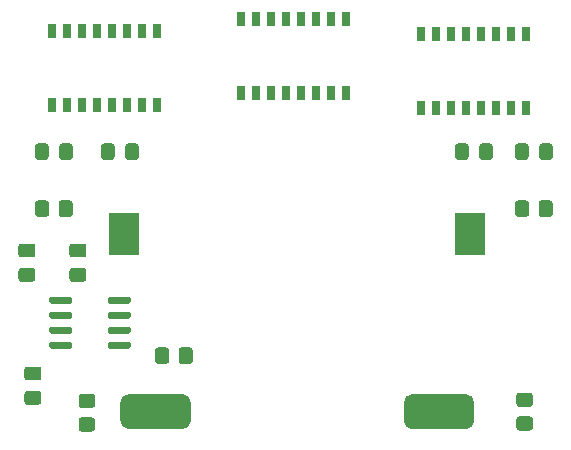
<source format=gbr>
%TF.GenerationSoftware,KiCad,Pcbnew,5.1.9*%
%TF.CreationDate,2021-01-23T11:26:48+01:00*%
%TF.ProjectId,Heart_NE555,48656172-745f-44e4-9535-35352e6b6963,rev?*%
%TF.SameCoordinates,Original*%
%TF.FileFunction,Paste,Bot*%
%TF.FilePolarity,Positive*%
%FSLAX46Y46*%
G04 Gerber Fmt 4.6, Leading zero omitted, Abs format (unit mm)*
G04 Created by KiCad (PCBNEW 5.1.9) date 2021-01-23 11:26:48*
%MOMM*%
%LPD*%
G01*
G04 APERTURE LIST*
%ADD10R,0.800000X1.300000*%
%ADD11R,2.600000X3.600000*%
G04 APERTURE END LIST*
D10*
%TO.C,U4*%
X104262000Y-75032000D03*
X105542000Y-75032000D03*
X106802000Y-75032000D03*
X108072000Y-75032000D03*
X109352000Y-75032000D03*
X110622000Y-75032000D03*
X111882000Y-75032000D03*
X113162000Y-75032000D03*
X113162000Y-68732000D03*
X111882000Y-68732000D03*
X110622000Y-68732000D03*
X109352000Y-68732000D03*
X108072000Y-68732000D03*
X106802000Y-68732000D03*
X105542000Y-68732000D03*
X104262000Y-68732000D03*
%TD*%
%TO.C,U3*%
X120264000Y-74016000D03*
X121544000Y-74016000D03*
X122804000Y-74016000D03*
X124074000Y-74016000D03*
X125354000Y-74016000D03*
X126624000Y-74016000D03*
X127884000Y-74016000D03*
X129164000Y-74016000D03*
X129164000Y-67716000D03*
X127884000Y-67716000D03*
X126624000Y-67716000D03*
X125354000Y-67716000D03*
X124074000Y-67716000D03*
X122804000Y-67716000D03*
X121544000Y-67716000D03*
X120264000Y-67716000D03*
%TD*%
%TO.C,U2*%
X135504000Y-75286000D03*
X136784000Y-75286000D03*
X138044000Y-75286000D03*
X139314000Y-75286000D03*
X140594000Y-75286000D03*
X141864000Y-75286000D03*
X143124000Y-75286000D03*
X144404000Y-75286000D03*
X144404000Y-68986000D03*
X143124000Y-68986000D03*
X141864000Y-68986000D03*
X140594000Y-68986000D03*
X139314000Y-68986000D03*
X138044000Y-68986000D03*
X136784000Y-68986000D03*
X135504000Y-68986000D03*
%TD*%
%TO.C,U1*%
G36*
G01*
X108942000Y-95527000D02*
X108942000Y-95227000D01*
G75*
G02*
X109092000Y-95077000I150000J0D01*
G01*
X110742000Y-95077000D01*
G75*
G02*
X110892000Y-95227000I0J-150000D01*
G01*
X110892000Y-95527000D01*
G75*
G02*
X110742000Y-95677000I-150000J0D01*
G01*
X109092000Y-95677000D01*
G75*
G02*
X108942000Y-95527000I0J150000D01*
G01*
G37*
G36*
G01*
X108942000Y-94257000D02*
X108942000Y-93957000D01*
G75*
G02*
X109092000Y-93807000I150000J0D01*
G01*
X110742000Y-93807000D01*
G75*
G02*
X110892000Y-93957000I0J-150000D01*
G01*
X110892000Y-94257000D01*
G75*
G02*
X110742000Y-94407000I-150000J0D01*
G01*
X109092000Y-94407000D01*
G75*
G02*
X108942000Y-94257000I0J150000D01*
G01*
G37*
G36*
G01*
X108942000Y-92987000D02*
X108942000Y-92687000D01*
G75*
G02*
X109092000Y-92537000I150000J0D01*
G01*
X110742000Y-92537000D01*
G75*
G02*
X110892000Y-92687000I0J-150000D01*
G01*
X110892000Y-92987000D01*
G75*
G02*
X110742000Y-93137000I-150000J0D01*
G01*
X109092000Y-93137000D01*
G75*
G02*
X108942000Y-92987000I0J150000D01*
G01*
G37*
G36*
G01*
X108942000Y-91717000D02*
X108942000Y-91417000D01*
G75*
G02*
X109092000Y-91267000I150000J0D01*
G01*
X110742000Y-91267000D01*
G75*
G02*
X110892000Y-91417000I0J-150000D01*
G01*
X110892000Y-91717000D01*
G75*
G02*
X110742000Y-91867000I-150000J0D01*
G01*
X109092000Y-91867000D01*
G75*
G02*
X108942000Y-91717000I0J150000D01*
G01*
G37*
G36*
G01*
X103992000Y-91717000D02*
X103992000Y-91417000D01*
G75*
G02*
X104142000Y-91267000I150000J0D01*
G01*
X105792000Y-91267000D01*
G75*
G02*
X105942000Y-91417000I0J-150000D01*
G01*
X105942000Y-91717000D01*
G75*
G02*
X105792000Y-91867000I-150000J0D01*
G01*
X104142000Y-91867000D01*
G75*
G02*
X103992000Y-91717000I0J150000D01*
G01*
G37*
G36*
G01*
X103992000Y-92987000D02*
X103992000Y-92687000D01*
G75*
G02*
X104142000Y-92537000I150000J0D01*
G01*
X105792000Y-92537000D01*
G75*
G02*
X105942000Y-92687000I0J-150000D01*
G01*
X105942000Y-92987000D01*
G75*
G02*
X105792000Y-93137000I-150000J0D01*
G01*
X104142000Y-93137000D01*
G75*
G02*
X103992000Y-92987000I0J150000D01*
G01*
G37*
G36*
G01*
X103992000Y-94257000D02*
X103992000Y-93957000D01*
G75*
G02*
X104142000Y-93807000I150000J0D01*
G01*
X105792000Y-93807000D01*
G75*
G02*
X105942000Y-93957000I0J-150000D01*
G01*
X105942000Y-94257000D01*
G75*
G02*
X105792000Y-94407000I-150000J0D01*
G01*
X104142000Y-94407000D01*
G75*
G02*
X103992000Y-94257000I0J150000D01*
G01*
G37*
G36*
G01*
X103992000Y-95527000D02*
X103992000Y-95227000D01*
G75*
G02*
X104142000Y-95077000I150000J0D01*
G01*
X105792000Y-95077000D01*
G75*
G02*
X105942000Y-95227000I0J-150000D01*
G01*
X105942000Y-95527000D01*
G75*
G02*
X105792000Y-95677000I-150000J0D01*
G01*
X104142000Y-95677000D01*
G75*
G02*
X103992000Y-95527000I0J150000D01*
G01*
G37*
%TD*%
%TO.C,SW1*%
G36*
G01*
X134000000Y-101750000D02*
X134000000Y-100250000D01*
G75*
G02*
X134750000Y-99500000I750000J0D01*
G01*
X139250000Y-99500000D01*
G75*
G02*
X140000000Y-100250000I0J-750000D01*
G01*
X140000000Y-101750000D01*
G75*
G02*
X139250000Y-102500000I-750000J0D01*
G01*
X134750000Y-102500000D01*
G75*
G02*
X134000000Y-101750000I0J750000D01*
G01*
G37*
G36*
G01*
X110000000Y-101750000D02*
X110000000Y-100250000D01*
G75*
G02*
X110750000Y-99500000I750000J0D01*
G01*
X115250000Y-99500000D01*
G75*
G02*
X116000000Y-100250000I0J-750000D01*
G01*
X116000000Y-101750000D01*
G75*
G02*
X115250000Y-102500000I-750000J0D01*
G01*
X110750000Y-102500000D01*
G75*
G02*
X110000000Y-101750000I0J750000D01*
G01*
G37*
%TD*%
%TO.C,R5*%
G36*
G01*
X144700001Y-100600000D02*
X143799999Y-100600000D01*
G75*
G02*
X143550000Y-100350001I0J249999D01*
G01*
X143550000Y-99649999D01*
G75*
G02*
X143799999Y-99400000I249999J0D01*
G01*
X144700001Y-99400000D01*
G75*
G02*
X144950000Y-99649999I0J-249999D01*
G01*
X144950000Y-100350001D01*
G75*
G02*
X144700001Y-100600000I-249999J0D01*
G01*
G37*
G36*
G01*
X144700001Y-102600000D02*
X143799999Y-102600000D01*
G75*
G02*
X143550000Y-102350001I0J249999D01*
G01*
X143550000Y-101649999D01*
G75*
G02*
X143799999Y-101400000I249999J0D01*
G01*
X144700001Y-101400000D01*
G75*
G02*
X144950000Y-101649999I0J-249999D01*
G01*
X144950000Y-102350001D01*
G75*
G02*
X144700001Y-102600000I-249999J0D01*
G01*
G37*
%TD*%
%TO.C,R4*%
G36*
G01*
X145434000Y-84270001D02*
X145434000Y-83369999D01*
G75*
G02*
X145683999Y-83120000I249999J0D01*
G01*
X146384001Y-83120000D01*
G75*
G02*
X146634000Y-83369999I0J-249999D01*
G01*
X146634000Y-84270001D01*
G75*
G02*
X146384001Y-84520000I-249999J0D01*
G01*
X145683999Y-84520000D01*
G75*
G02*
X145434000Y-84270001I0J249999D01*
G01*
G37*
G36*
G01*
X143434000Y-84270001D02*
X143434000Y-83369999D01*
G75*
G02*
X143683999Y-83120000I249999J0D01*
G01*
X144384001Y-83120000D01*
G75*
G02*
X144634000Y-83369999I0J-249999D01*
G01*
X144634000Y-84270001D01*
G75*
G02*
X144384001Y-84520000I-249999J0D01*
G01*
X143683999Y-84520000D01*
G75*
G02*
X143434000Y-84270001I0J249999D01*
G01*
G37*
%TD*%
%TO.C,R3*%
G36*
G01*
X104794000Y-84270001D02*
X104794000Y-83369999D01*
G75*
G02*
X105043999Y-83120000I249999J0D01*
G01*
X105744001Y-83120000D01*
G75*
G02*
X105994000Y-83369999I0J-249999D01*
G01*
X105994000Y-84270001D01*
G75*
G02*
X105744001Y-84520000I-249999J0D01*
G01*
X105043999Y-84520000D01*
G75*
G02*
X104794000Y-84270001I0J249999D01*
G01*
G37*
G36*
G01*
X102794000Y-84270001D02*
X102794000Y-83369999D01*
G75*
G02*
X103043999Y-83120000I249999J0D01*
G01*
X103744001Y-83120000D01*
G75*
G02*
X103994000Y-83369999I0J-249999D01*
G01*
X103994000Y-84270001D01*
G75*
G02*
X103744001Y-84520000I-249999J0D01*
G01*
X103043999Y-84520000D01*
G75*
G02*
X102794000Y-84270001I0J249999D01*
G01*
G37*
%TD*%
%TO.C,R2*%
G36*
G01*
X114954000Y-96716001D02*
X114954000Y-95815999D01*
G75*
G02*
X115203999Y-95566000I249999J0D01*
G01*
X115904001Y-95566000D01*
G75*
G02*
X116154000Y-95815999I0J-249999D01*
G01*
X116154000Y-96716001D01*
G75*
G02*
X115904001Y-96966000I-249999J0D01*
G01*
X115203999Y-96966000D01*
G75*
G02*
X114954000Y-96716001I0J249999D01*
G01*
G37*
G36*
G01*
X112954000Y-96716001D02*
X112954000Y-95815999D01*
G75*
G02*
X113203999Y-95566000I249999J0D01*
G01*
X113904001Y-95566000D01*
G75*
G02*
X114154000Y-95815999I0J-249999D01*
G01*
X114154000Y-96716001D01*
G75*
G02*
X113904001Y-96966000I-249999J0D01*
G01*
X113203999Y-96966000D01*
G75*
G02*
X112954000Y-96716001I0J249999D01*
G01*
G37*
%TD*%
%TO.C,R1*%
G36*
G01*
X107638001Y-100692000D02*
X106737999Y-100692000D01*
G75*
G02*
X106488000Y-100442001I0J249999D01*
G01*
X106488000Y-99741999D01*
G75*
G02*
X106737999Y-99492000I249999J0D01*
G01*
X107638001Y-99492000D01*
G75*
G02*
X107888000Y-99741999I0J-249999D01*
G01*
X107888000Y-100442001D01*
G75*
G02*
X107638001Y-100692000I-249999J0D01*
G01*
G37*
G36*
G01*
X107638001Y-102692000D02*
X106737999Y-102692000D01*
G75*
G02*
X106488000Y-102442001I0J249999D01*
G01*
X106488000Y-101741999D01*
G75*
G02*
X106737999Y-101492000I249999J0D01*
G01*
X107638001Y-101492000D01*
G75*
G02*
X107888000Y-101741999I0J-249999D01*
G01*
X107888000Y-102442001D01*
G75*
G02*
X107638001Y-102692000I-249999J0D01*
G01*
G37*
%TD*%
%TO.C,D4*%
G36*
G01*
X145484000Y-79444001D02*
X145484000Y-78543999D01*
G75*
G02*
X145733999Y-78294000I249999J0D01*
G01*
X146384001Y-78294000D01*
G75*
G02*
X146634000Y-78543999I0J-249999D01*
G01*
X146634000Y-79444001D01*
G75*
G02*
X146384001Y-79694000I-249999J0D01*
G01*
X145733999Y-79694000D01*
G75*
G02*
X145484000Y-79444001I0J249999D01*
G01*
G37*
G36*
G01*
X143434000Y-79444001D02*
X143434000Y-78543999D01*
G75*
G02*
X143683999Y-78294000I249999J0D01*
G01*
X144334001Y-78294000D01*
G75*
G02*
X144584000Y-78543999I0J-249999D01*
G01*
X144584000Y-79444001D01*
G75*
G02*
X144334001Y-79694000I-249999J0D01*
G01*
X143683999Y-79694000D01*
G75*
G02*
X143434000Y-79444001I0J249999D01*
G01*
G37*
%TD*%
%TO.C,D3*%
G36*
G01*
X140404000Y-79444001D02*
X140404000Y-78543999D01*
G75*
G02*
X140653999Y-78294000I249999J0D01*
G01*
X141304001Y-78294000D01*
G75*
G02*
X141554000Y-78543999I0J-249999D01*
G01*
X141554000Y-79444001D01*
G75*
G02*
X141304001Y-79694000I-249999J0D01*
G01*
X140653999Y-79694000D01*
G75*
G02*
X140404000Y-79444001I0J249999D01*
G01*
G37*
G36*
G01*
X138354000Y-79444001D02*
X138354000Y-78543999D01*
G75*
G02*
X138603999Y-78294000I249999J0D01*
G01*
X139254001Y-78294000D01*
G75*
G02*
X139504000Y-78543999I0J-249999D01*
G01*
X139504000Y-79444001D01*
G75*
G02*
X139254001Y-79694000I-249999J0D01*
G01*
X138603999Y-79694000D01*
G75*
G02*
X138354000Y-79444001I0J249999D01*
G01*
G37*
%TD*%
%TO.C,D2*%
G36*
G01*
X110432000Y-79444001D02*
X110432000Y-78543999D01*
G75*
G02*
X110681999Y-78294000I249999J0D01*
G01*
X111332001Y-78294000D01*
G75*
G02*
X111582000Y-78543999I0J-249999D01*
G01*
X111582000Y-79444001D01*
G75*
G02*
X111332001Y-79694000I-249999J0D01*
G01*
X110681999Y-79694000D01*
G75*
G02*
X110432000Y-79444001I0J249999D01*
G01*
G37*
G36*
G01*
X108382000Y-79444001D02*
X108382000Y-78543999D01*
G75*
G02*
X108631999Y-78294000I249999J0D01*
G01*
X109282001Y-78294000D01*
G75*
G02*
X109532000Y-78543999I0J-249999D01*
G01*
X109532000Y-79444001D01*
G75*
G02*
X109282001Y-79694000I-249999J0D01*
G01*
X108631999Y-79694000D01*
G75*
G02*
X108382000Y-79444001I0J249999D01*
G01*
G37*
%TD*%
%TO.C,D1*%
G36*
G01*
X104844000Y-79444001D02*
X104844000Y-78543999D01*
G75*
G02*
X105093999Y-78294000I249999J0D01*
G01*
X105744001Y-78294000D01*
G75*
G02*
X105994000Y-78543999I0J-249999D01*
G01*
X105994000Y-79444001D01*
G75*
G02*
X105744001Y-79694000I-249999J0D01*
G01*
X105093999Y-79694000D01*
G75*
G02*
X104844000Y-79444001I0J249999D01*
G01*
G37*
G36*
G01*
X102794000Y-79444001D02*
X102794000Y-78543999D01*
G75*
G02*
X103043999Y-78294000I249999J0D01*
G01*
X103694001Y-78294000D01*
G75*
G02*
X103944000Y-78543999I0J-249999D01*
G01*
X103944000Y-79444001D01*
G75*
G02*
X103694001Y-79694000I-249999J0D01*
G01*
X103043999Y-79694000D01*
G75*
G02*
X102794000Y-79444001I0J249999D01*
G01*
G37*
%TD*%
%TO.C,C3*%
G36*
G01*
X103091000Y-98356000D02*
X102141000Y-98356000D01*
G75*
G02*
X101891000Y-98106000I0J250000D01*
G01*
X101891000Y-97431000D01*
G75*
G02*
X102141000Y-97181000I250000J0D01*
G01*
X103091000Y-97181000D01*
G75*
G02*
X103341000Y-97431000I0J-250000D01*
G01*
X103341000Y-98106000D01*
G75*
G02*
X103091000Y-98356000I-250000J0D01*
G01*
G37*
G36*
G01*
X103091000Y-100431000D02*
X102141000Y-100431000D01*
G75*
G02*
X101891000Y-100181000I0J250000D01*
G01*
X101891000Y-99506000D01*
G75*
G02*
X102141000Y-99256000I250000J0D01*
G01*
X103091000Y-99256000D01*
G75*
G02*
X103341000Y-99506000I0J-250000D01*
G01*
X103341000Y-100181000D01*
G75*
G02*
X103091000Y-100431000I-250000J0D01*
G01*
G37*
%TD*%
%TO.C,C2*%
G36*
G01*
X106901000Y-87942000D02*
X105951000Y-87942000D01*
G75*
G02*
X105701000Y-87692000I0J250000D01*
G01*
X105701000Y-87017000D01*
G75*
G02*
X105951000Y-86767000I250000J0D01*
G01*
X106901000Y-86767000D01*
G75*
G02*
X107151000Y-87017000I0J-250000D01*
G01*
X107151000Y-87692000D01*
G75*
G02*
X106901000Y-87942000I-250000J0D01*
G01*
G37*
G36*
G01*
X106901000Y-90017000D02*
X105951000Y-90017000D01*
G75*
G02*
X105701000Y-89767000I0J250000D01*
G01*
X105701000Y-89092000D01*
G75*
G02*
X105951000Y-88842000I250000J0D01*
G01*
X106901000Y-88842000D01*
G75*
G02*
X107151000Y-89092000I0J-250000D01*
G01*
X107151000Y-89767000D01*
G75*
G02*
X106901000Y-90017000I-250000J0D01*
G01*
G37*
%TD*%
%TO.C,C1*%
G36*
G01*
X102583000Y-87942000D02*
X101633000Y-87942000D01*
G75*
G02*
X101383000Y-87692000I0J250000D01*
G01*
X101383000Y-87017000D01*
G75*
G02*
X101633000Y-86767000I250000J0D01*
G01*
X102583000Y-86767000D01*
G75*
G02*
X102833000Y-87017000I0J-250000D01*
G01*
X102833000Y-87692000D01*
G75*
G02*
X102583000Y-87942000I-250000J0D01*
G01*
G37*
G36*
G01*
X102583000Y-90017000D02*
X101633000Y-90017000D01*
G75*
G02*
X101383000Y-89767000I0J250000D01*
G01*
X101383000Y-89092000D01*
G75*
G02*
X101633000Y-88842000I250000J0D01*
G01*
X102583000Y-88842000D01*
G75*
G02*
X102833000Y-89092000I0J-250000D01*
G01*
X102833000Y-89767000D01*
G75*
G02*
X102583000Y-90017000I-250000J0D01*
G01*
G37*
%TD*%
D11*
%TO.C,BT1*%
X110350000Y-86000000D03*
X139650000Y-86000000D03*
%TD*%
M02*

</source>
